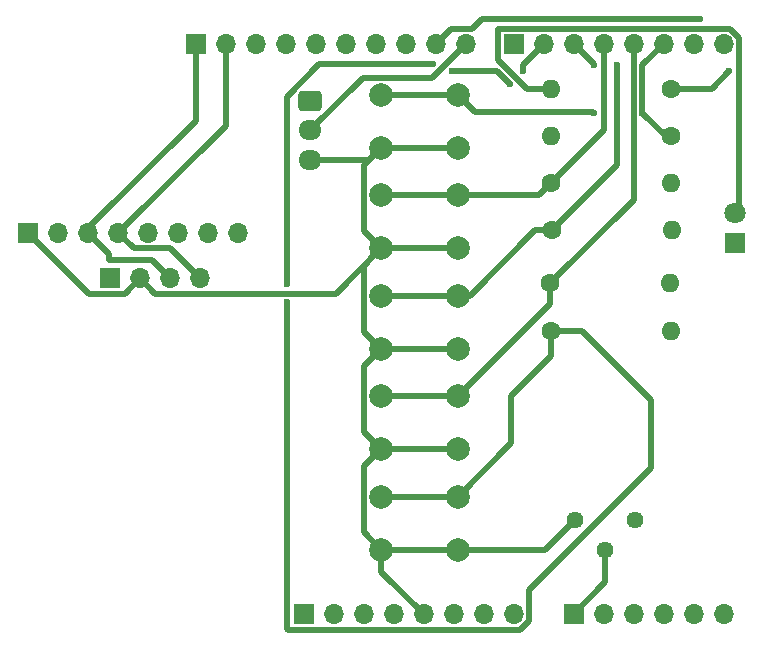
<source format=gbr>
%TF.GenerationSoftware,KiCad,Pcbnew,8.0.8*%
%TF.CreationDate,2025-01-31T10:38:08-07:00*%
%TF.ProjectId,Uno_Shield_ThermoPro,556e6f5f-5368-4696-956c-645f54686572,rev?*%
%TF.SameCoordinates,Original*%
%TF.FileFunction,Copper,L1,Top*%
%TF.FilePolarity,Positive*%
%FSLAX46Y46*%
G04 Gerber Fmt 4.6, Leading zero omitted, Abs format (unit mm)*
G04 Created by KiCad (PCBNEW 8.0.8) date 2025-01-31 10:38:08*
%MOMM*%
%LPD*%
G01*
G04 APERTURE LIST*
G04 Aperture macros list*
%AMRoundRect*
0 Rectangle with rounded corners*
0 $1 Rounding radius*
0 $2 $3 $4 $5 $6 $7 $8 $9 X,Y pos of 4 corners*
0 Add a 4 corners polygon primitive as box body*
4,1,4,$2,$3,$4,$5,$6,$7,$8,$9,$2,$3,0*
0 Add four circle primitives for the rounded corners*
1,1,$1+$1,$2,$3*
1,1,$1+$1,$4,$5*
1,1,$1+$1,$6,$7*
1,1,$1+$1,$8,$9*
0 Add four rect primitives between the rounded corners*
20,1,$1+$1,$2,$3,$4,$5,0*
20,1,$1+$1,$4,$5,$6,$7,0*
20,1,$1+$1,$6,$7,$8,$9,0*
20,1,$1+$1,$8,$9,$2,$3,0*%
G04 Aperture macros list end*
%TA.AperFunction,ComponentPad*%
%ADD10C,1.600000*%
%TD*%
%TA.AperFunction,ComponentPad*%
%ADD11O,1.600000X1.600000*%
%TD*%
%TA.AperFunction,ComponentPad*%
%ADD12RoundRect,0.250000X-0.725000X0.600000X-0.725000X-0.600000X0.725000X-0.600000X0.725000X0.600000X0*%
%TD*%
%TA.AperFunction,ComponentPad*%
%ADD13O,1.950000X1.700000*%
%TD*%
%TA.AperFunction,ComponentPad*%
%ADD14R,1.700000X1.700000*%
%TD*%
%TA.AperFunction,ComponentPad*%
%ADD15O,1.700000X1.700000*%
%TD*%
%TA.AperFunction,ComponentPad*%
%ADD16C,2.000000*%
%TD*%
%TA.AperFunction,ComponentPad*%
%ADD17R,1.800000X1.800000*%
%TD*%
%TA.AperFunction,ComponentPad*%
%ADD18C,1.800000*%
%TD*%
%TA.AperFunction,ComponentPad*%
%ADD19C,1.440000*%
%TD*%
%TA.AperFunction,ViaPad*%
%ADD20C,0.600000*%
%TD*%
%TA.AperFunction,Conductor*%
%ADD21C,0.508000*%
%TD*%
G04 APERTURE END LIST*
D10*
%TO.P,R6,1*%
%TO.N,/button_light*%
X148880000Y-73460000D03*
D11*
%TO.P,R6,2*%
%TO.N,GND*%
X159040000Y-73460000D03*
%TD*%
%TO.P,R5,2*%
%TO.N,GND*%
X158960000Y-69460000D03*
D10*
%TO.P,R5,1*%
%TO.N,/button_lock*%
X148800000Y-69460000D03*
%TD*%
%TO.P,R4,1*%
%TO.N,/button_cal*%
X148960000Y-64960000D03*
D11*
%TO.P,R4,2*%
%TO.N,GND*%
X159120000Y-64960000D03*
%TD*%
D10*
%TO.P,R3,1*%
%TO.N,/button_units*%
X148880000Y-60960000D03*
D11*
%TO.P,R3,2*%
%TO.N,GND*%
X159040000Y-60960000D03*
%TD*%
D10*
%TO.P,R2,1*%
%TO.N,/button_onoff*%
X159040000Y-56960000D03*
D11*
%TO.P,R2,2*%
%TO.N,GND*%
X148880000Y-56960000D03*
%TD*%
%TO.P,R1,2*%
%TO.N,Net-(D1-A)*%
X148880000Y-52960000D03*
D10*
%TO.P,R1,1*%
%TO.N,/led_light*%
X159040000Y-52960000D03*
%TD*%
D12*
%TO.P,J7,1,Pin_1*%
%TO.N,GND*%
X128500000Y-54000000D03*
D13*
%TO.P,J7,2,Pin_2*%
%TO.N,/8*%
X128500000Y-56500000D03*
%TO.P,J7,3,Pin_3*%
%TO.N,+5V*%
X128500000Y-59000000D03*
%TD*%
D14*
%TO.P,J1,1,Pin_1*%
%TO.N,unconnected-(J1-Pin_1-Pad1)*%
X127940000Y-97460000D03*
D15*
%TO.P,J1,2,Pin_2*%
%TO.N,/IOREF*%
X130480000Y-97460000D03*
%TO.P,J1,3,Pin_3*%
%TO.N,/~{RESET}*%
X133020000Y-97460000D03*
%TO.P,J1,4,Pin_4*%
%TO.N,+3V3*%
X135560000Y-97460000D03*
%TO.P,J1,5,Pin_5*%
%TO.N,+5V*%
X138100000Y-97460000D03*
%TO.P,J1,6,Pin_6*%
%TO.N,GND*%
X140640000Y-97460000D03*
%TO.P,J1,7,Pin_7*%
X143180000Y-97460000D03*
%TO.P,J1,8,Pin_8*%
%TO.N,VCC*%
X145720000Y-97460000D03*
%TD*%
D14*
%TO.P,J3,1,Pin_1*%
%TO.N,/temp_sensor*%
X150800000Y-97460000D03*
D15*
%TO.P,J3,2,Pin_2*%
%TO.N,/A1*%
X153340000Y-97460000D03*
%TO.P,J3,3,Pin_3*%
%TO.N,/A2*%
X155880000Y-97460000D03*
%TO.P,J3,4,Pin_4*%
%TO.N,/A3*%
X158420000Y-97460000D03*
%TO.P,J3,5,Pin_5*%
%TO.N,/SDA{slash}A4*%
X160960000Y-97460000D03*
%TO.P,J3,6,Pin_6*%
%TO.N,/SCL{slash}A5*%
X163500000Y-97460000D03*
%TD*%
D14*
%TO.P,J2,1,Pin_1*%
%TO.N,/I2C_SCL*%
X118796000Y-49200000D03*
D15*
%TO.P,J2,2,Pin_2*%
%TO.N,/I2C_SDA*%
X121336000Y-49200000D03*
%TO.P,J2,3,Pin_3*%
%TO.N,/AREF*%
X123876000Y-49200000D03*
%TO.P,J2,4,Pin_4*%
%TO.N,GND*%
X126416000Y-49200000D03*
%TO.P,J2,5,Pin_5*%
%TO.N,/13*%
X128956000Y-49200000D03*
%TO.P,J2,6,Pin_6*%
%TO.N,/12*%
X131496000Y-49200000D03*
%TO.P,J2,7,Pin_7*%
%TO.N,/\u002A11*%
X134036000Y-49200000D03*
%TO.P,J2,8,Pin_8*%
%TO.N,/\u002A10*%
X136576000Y-49200000D03*
%TO.P,J2,9,Pin_9*%
%TO.N,/led_light*%
X139116000Y-49200000D03*
%TO.P,J2,10,Pin_10*%
%TO.N,/8*%
X141656000Y-49200000D03*
%TD*%
D14*
%TO.P,J4,1,Pin_1*%
%TO.N,/7*%
X145720000Y-49200000D03*
D15*
%TO.P,J4,2,Pin_2*%
%TO.N,/button_light*%
X148260000Y-49200000D03*
%TO.P,J4,3,Pin_3*%
%TO.N,/button_cal*%
X150800000Y-49200000D03*
%TO.P,J4,4,Pin_4*%
%TO.N,/button_units*%
X153340000Y-49200000D03*
%TO.P,J4,5,Pin_5*%
%TO.N,/button_lock*%
X155880000Y-49200000D03*
%TO.P,J4,6,Pin_6*%
%TO.N,/button_onoff*%
X158420000Y-49200000D03*
%TO.P,J4,7,Pin_7*%
%TO.N,/TX{slash}1*%
X160960000Y-49200000D03*
%TO.P,J4,8,Pin_8*%
%TO.N,/RX{slash}0*%
X163500000Y-49200000D03*
%TD*%
D16*
%TO.P,SW4,2,B*%
%TO.N,+5V*%
X141000000Y-83500000D03*
X134500000Y-83500000D03*
%TO.P,SW4,1,A*%
%TO.N,/button_lock*%
X141000000Y-79000000D03*
X134500000Y-79000000D03*
%TD*%
D17*
%TO.P,D1,1,K*%
%TO.N,GND*%
X164500000Y-66000000D03*
D18*
%TO.P,D1,2,A*%
%TO.N,Net-(D1-A)*%
X164500000Y-63460000D03*
%TD*%
D16*
%TO.P,SW5,2,B*%
%TO.N,+5V*%
X141000000Y-92000000D03*
X134500000Y-92000000D03*
%TO.P,SW5,1,A*%
%TO.N,/button_light*%
X141000000Y-87500000D03*
X134500000Y-87500000D03*
%TD*%
%TO.P,SW2,2,B*%
%TO.N,+5V*%
X141000000Y-66500000D03*
X134500000Y-66500000D03*
%TO.P,SW2,1,A*%
%TO.N,/button_units*%
X141000000Y-62000000D03*
X134500000Y-62000000D03*
%TD*%
%TO.P,SW3,2,B*%
%TO.N,+5V*%
X141000000Y-75000000D03*
X134500000Y-75000000D03*
%TO.P,SW3,1,A*%
%TO.N,/button_cal*%
X141000000Y-70500000D03*
X134500000Y-70500000D03*
%TD*%
D15*
%TO.P,J6,4,Pin_4*%
%TO.N,/I2C_SDA*%
X119170000Y-69010000D03*
%TO.P,J6,3,Pin_3*%
%TO.N,/I2C_SCL*%
X116630000Y-69010000D03*
%TO.P,J6,2,Pin_2*%
%TO.N,+5V*%
X114090000Y-69010000D03*
D14*
%TO.P,J6,1,Pin_1*%
%TO.N,GND*%
X111550000Y-69010000D03*
%TD*%
D16*
%TO.P,SW1,2,B*%
%TO.N,+5V*%
X141000000Y-58000000D03*
X134500000Y-58000000D03*
%TO.P,SW1,1,A*%
%TO.N,/button_onoff*%
X141000000Y-53500000D03*
X134500000Y-53500000D03*
%TD*%
D19*
%TO.P,RV1,3,3*%
%TO.N,GND*%
X156040000Y-89460000D03*
%TO.P,RV1,2,2*%
%TO.N,/temp_sensor*%
X153500000Y-92000000D03*
%TO.P,RV1,1,1*%
%TO.N,+5V*%
X150960000Y-89460000D03*
%TD*%
D15*
%TO.P,J5,8,Pin_8*%
%TO.N,unconnected-(J5-Pin_8-Pad8)*%
X122410000Y-65180000D03*
%TO.P,J5,7,Pin_7*%
%TO.N,unconnected-(J5-Pin_7-Pad7)*%
X119870000Y-65180000D03*
%TO.P,J5,6,Pin_6*%
%TO.N,unconnected-(J5-Pin_6-Pad6)*%
X117330000Y-65180000D03*
%TO.P,J5,5,Pin_5*%
%TO.N,unconnected-(J5-Pin_5-Pad5)*%
X114790000Y-65180000D03*
%TO.P,J5,4,Pin_4*%
%TO.N,/I2C_SDA*%
X112250000Y-65180000D03*
%TO.P,J5,3,Pin_3*%
%TO.N,/I2C_SCL*%
X109710000Y-65180000D03*
%TO.P,J5,2,Pin_2*%
%TO.N,GND*%
X107170000Y-65180000D03*
D14*
%TO.P,J5,1,Pin_1*%
%TO.N,+5V*%
X104630000Y-65180000D03*
%TD*%
D20*
%TO.N,/led_light*%
X164000000Y-51500000D03*
X161500000Y-47035000D03*
%TO.N,/button_light*%
X145422841Y-52577159D03*
X140500000Y-51500000D03*
X138894841Y-50894841D03*
X146500000Y-51500000D03*
%TO.N,/button_onoff*%
X152500000Y-55000000D03*
X156634000Y-55000000D03*
%TO.N,/button_light*%
X126500000Y-69500000D03*
X126500000Y-71068000D03*
%TO.N,/button_cal*%
X152500000Y-51000000D03*
X154500000Y-51000000D03*
%TD*%
D21*
%TO.N,/led_light*%
X162540000Y-52960000D02*
X159040000Y-52960000D01*
X164000000Y-51500000D02*
X162540000Y-52960000D01*
X143057135Y-47035000D02*
X161500000Y-47035000D01*
X142196135Y-47896000D02*
X143057135Y-47035000D01*
X140420000Y-47896000D02*
X142196135Y-47896000D01*
X139116000Y-49200000D02*
X140420000Y-47896000D01*
%TO.N,/button_light*%
X146500000Y-50960000D02*
X148260000Y-49200000D01*
X146500000Y-51500000D02*
X146500000Y-50960000D01*
X144345682Y-51500000D02*
X145422841Y-52577159D01*
X140500000Y-51500000D02*
X144345682Y-51500000D01*
X129277625Y-50894841D02*
X138894841Y-50894841D01*
X126500000Y-53672466D02*
X129277625Y-50894841D01*
X126500000Y-59443733D02*
X126500000Y-53672466D01*
%TO.N,/8*%
X138810000Y-52046000D02*
X141656000Y-49200000D01*
X132954000Y-52046000D02*
X138810000Y-52046000D01*
X128500000Y-56500000D02*
X132954000Y-52046000D01*
%TO.N,+5V*%
X133500000Y-59000000D02*
X134500000Y-58000000D01*
X128500000Y-59000000D02*
X133500000Y-59000000D01*
%TO.N,/button_onoff*%
X158594000Y-56960000D02*
X156634000Y-55000000D01*
X159040000Y-56960000D02*
X158594000Y-56960000D01*
X156634000Y-50986000D02*
X158420000Y-49200000D01*
X156634000Y-55000000D02*
X156634000Y-50986000D01*
X152422000Y-54922000D02*
X152500000Y-55000000D01*
X142422000Y-54922000D02*
X152422000Y-54922000D01*
X141000000Y-53500000D02*
X142422000Y-54922000D01*
%TO.N,/button_light*%
X126636000Y-98764000D02*
X126500000Y-98628000D01*
X157344000Y-85072135D02*
X147024000Y-95392135D01*
X157344000Y-79294866D02*
X157344000Y-85072135D01*
X151509134Y-73460000D02*
X157344000Y-79294866D01*
X126500000Y-98628000D02*
X126500000Y-71068000D01*
X147024000Y-98000135D02*
X146260135Y-98764000D01*
X147024000Y-95392135D02*
X147024000Y-98000135D01*
X148880000Y-73460000D02*
X151509134Y-73460000D01*
X146260135Y-98764000D02*
X126636000Y-98764000D01*
%TO.N,Net-(D1-A)*%
X164804000Y-63156000D02*
X164500000Y-63460000D01*
X164040135Y-47896000D02*
X164804000Y-48659865D01*
X164804000Y-48659865D02*
X164804000Y-63156000D01*
X146872000Y-52960000D02*
X144416000Y-50504000D01*
X144416000Y-50504000D02*
X144416000Y-47896000D01*
X144416000Y-47896000D02*
X164040135Y-47896000D01*
X148880000Y-52960000D02*
X146872000Y-52960000D01*
%TO.N,/button_cal*%
X152500000Y-51000000D02*
X152500000Y-50900000D01*
X152500000Y-50900000D02*
X150800000Y-49200000D01*
X154500000Y-59420000D02*
X154500000Y-51000000D01*
X148960000Y-64960000D02*
X154500000Y-59420000D01*
%TO.N,/button_units*%
X153340000Y-56500000D02*
X153340000Y-49200000D01*
X148880000Y-60960000D02*
X153340000Y-56500000D01*
%TO.N,/button_lock*%
X155880000Y-62380000D02*
X155880000Y-49200000D01*
X148800000Y-69460000D02*
X155880000Y-62380000D01*
%TO.N,/I2C_SDA*%
X121336000Y-56094000D02*
X121336000Y-49200000D01*
X112250000Y-65180000D02*
X121336000Y-56094000D01*
%TO.N,/I2C_SCL*%
X109710000Y-64790000D02*
X118796000Y-55704000D01*
X118796000Y-55704000D02*
X118796000Y-49200000D01*
X109710000Y-65180000D02*
X109710000Y-64790000D01*
%TO.N,/button_light*%
X145500000Y-79000000D02*
X148880000Y-75620000D01*
X145500000Y-83000000D02*
X145500000Y-79000000D01*
X141000000Y-87500000D02*
X145500000Y-83000000D01*
X148880000Y-75620000D02*
X148880000Y-73460000D01*
%TO.N,/button_lock*%
X148800000Y-71200000D02*
X148800000Y-69460000D01*
X141000000Y-79000000D02*
X148800000Y-71200000D01*
%TO.N,/button_cal*%
X147540000Y-64960000D02*
X148960000Y-64960000D01*
X142000000Y-70500000D02*
X147540000Y-64960000D01*
X141000000Y-70500000D02*
X142000000Y-70500000D01*
%TO.N,/button_units*%
X147840000Y-62000000D02*
X148880000Y-60960000D01*
X141000000Y-62000000D02*
X147840000Y-62000000D01*
%TO.N,/temp_sensor*%
X153500000Y-94760000D02*
X150800000Y-97460000D01*
X153500000Y-92000000D02*
X153500000Y-94760000D01*
%TO.N,+5V*%
X141000000Y-92000000D02*
X148420000Y-92000000D01*
X148420000Y-92000000D02*
X150960000Y-89460000D01*
X134500000Y-93860000D02*
X138100000Y-97460000D01*
X134500000Y-92000000D02*
X134500000Y-93860000D01*
%TO.N,/button_light*%
X134500000Y-87500000D02*
X141000000Y-87500000D01*
%TO.N,/button_lock*%
X134500000Y-79000000D02*
X141000000Y-79000000D01*
%TO.N,/button_cal*%
X134500000Y-70500000D02*
X141000000Y-70500000D01*
%TO.N,/button_units*%
X134500000Y-62000000D02*
X141000000Y-62000000D01*
%TO.N,/button_onoff*%
X134500000Y-53500000D02*
X141000000Y-53500000D01*
%TO.N,+5V*%
X141000000Y-58000000D02*
X134500000Y-58000000D01*
X141000000Y-66500000D02*
X134500000Y-66500000D01*
X141000000Y-75000000D02*
X134500000Y-75000000D01*
X141000000Y-92000000D02*
X134500000Y-92000000D01*
X141000000Y-83500000D02*
X134500000Y-83500000D01*
X133046000Y-84954000D02*
X134500000Y-83500000D01*
X133046000Y-90546000D02*
X133046000Y-84954000D01*
X134500000Y-92000000D02*
X133046000Y-90546000D01*
X133046000Y-76454000D02*
X134500000Y-75000000D01*
X133046000Y-82046000D02*
X133046000Y-76454000D01*
X134500000Y-83500000D02*
X133046000Y-82046000D01*
X133046000Y-67954000D02*
X134500000Y-66500000D01*
X133046000Y-73546000D02*
X133046000Y-67954000D01*
X134500000Y-75000000D02*
X133046000Y-73546000D01*
X133046000Y-65046000D02*
X134500000Y-66500000D01*
X133046000Y-59454000D02*
X133046000Y-65046000D01*
X134500000Y-58000000D02*
X133046000Y-59454000D01*
X115394000Y-70314000D02*
X130686000Y-70314000D01*
X130686000Y-70314000D02*
X134500000Y-66500000D01*
X114090000Y-69010000D02*
X115394000Y-70314000D01*
%TO.N,/I2C_SDA*%
X116644000Y-66484000D02*
X119170000Y-69010000D01*
X113554000Y-66484000D02*
X116644000Y-66484000D01*
X112250000Y-65180000D02*
X113554000Y-66484000D01*
%TO.N,/I2C_SCL*%
X111500000Y-67500000D02*
X115120000Y-67500000D01*
X111500000Y-66970000D02*
X111500000Y-67500000D01*
X115120000Y-67500000D02*
X116630000Y-69010000D01*
X109710000Y-65180000D02*
X111500000Y-66970000D01*
%TO.N,+5V*%
X112786000Y-70314000D02*
X114090000Y-69010000D01*
X109764000Y-70314000D02*
X112786000Y-70314000D01*
X104630000Y-65180000D02*
X109764000Y-70314000D01*
%TO.N,GND*%
X111550000Y-69010000D02*
X111000000Y-69010000D01*
%TO.N,/button_light*%
X126500000Y-69500000D02*
X126500000Y-59443733D01*
%TD*%
M02*

</source>
